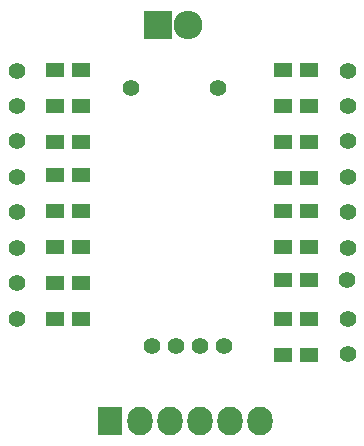
<source format=gbr>
G04 #@! TF.FileFunction,Soldermask,Bot*
%FSLAX46Y46*%
G04 Gerber Fmt 4.6, Leading zero omitted, Abs format (unit mm)*
G04 Created by KiCad (PCBNEW 4.0.2-stable) date Friday, July 22, 2016 'PMt' 01:52:08 PM*
%MOMM*%
G01*
G04 APERTURE LIST*
%ADD10C,0.100000*%
%ADD11R,1.600000X1.300000*%
%ADD12C,1.400000*%
%ADD13R,2.432000X2.432000*%
%ADD14O,2.432000X2.432000*%
%ADD15R,2.127200X2.432000*%
%ADD16O,2.127200X2.432000*%
G04 APERTURE END LIST*
D10*
D11*
X249766000Y-113538000D03*
X247566000Y-113538000D03*
X228198500Y-110490000D03*
X230398500Y-110490000D03*
X228262000Y-107442000D03*
X230462000Y-107442000D03*
X228262000Y-104394000D03*
X230462000Y-104394000D03*
X228262000Y-101346000D03*
X230462000Y-101346000D03*
X228262000Y-98298000D03*
X230462000Y-98298000D03*
X228262000Y-95504000D03*
X230462000Y-95504000D03*
X228262000Y-92456000D03*
X230462000Y-92456000D03*
X228262000Y-89408000D03*
X230462000Y-89408000D03*
X249766000Y-89408000D03*
X247566000Y-89408000D03*
X249766000Y-92456000D03*
X247566000Y-92456000D03*
X249766000Y-95504000D03*
X247566000Y-95504000D03*
X249766000Y-98552000D03*
X247566000Y-98552000D03*
X249766000Y-101346000D03*
X247566000Y-101346000D03*
X249766000Y-104394000D03*
X247566000Y-104394000D03*
X249766000Y-107188000D03*
X247566000Y-107188000D03*
X249766000Y-110490000D03*
X247566000Y-110490000D03*
D12*
X242062000Y-90932000D03*
X234696000Y-90932000D03*
X253000000Y-113460000D03*
X236474000Y-112776000D03*
X238506000Y-112776000D03*
X240538000Y-112776000D03*
X242570000Y-112776000D03*
X225000000Y-110460000D03*
X225000000Y-107460000D03*
X225000000Y-104460000D03*
X225000000Y-101460000D03*
X225000000Y-98460000D03*
X225000000Y-95460000D03*
X225000000Y-92460000D03*
X225000000Y-89460000D03*
X253000000Y-89460000D03*
X253000000Y-92460000D03*
X253000000Y-95460000D03*
X253000000Y-98460000D03*
X253000000Y-101460000D03*
X253000000Y-104460000D03*
X252984000Y-107188000D03*
X253000000Y-110460000D03*
D13*
X236982000Y-85598000D03*
D14*
X239522000Y-85598000D03*
D15*
X232918000Y-119126000D03*
D16*
X235458000Y-119126000D03*
X237998000Y-119126000D03*
X240538000Y-119126000D03*
X243078000Y-119126000D03*
X245618000Y-119126000D03*
M02*

</source>
